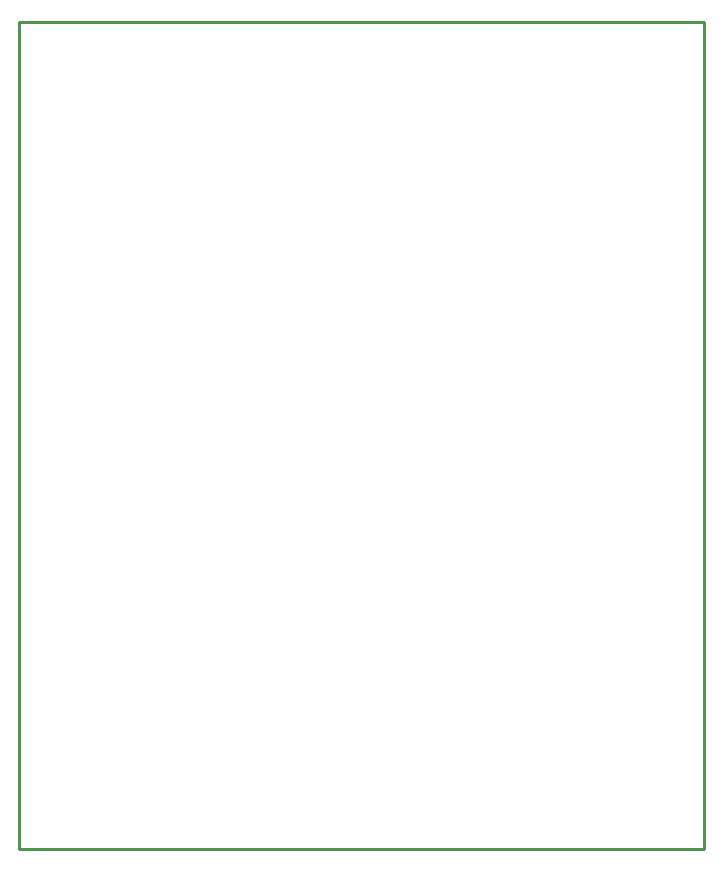
<source format=gko>
G04 Layer: BoardOutlineLayer*
G04 EasyEDA v6.5.23, 2023-06-09 13:35:16*
G04 Gerber Generator version 0.2*
G04 Scale: 100 percent, Rotated: No, Reflected: No *
G04 Dimensions in millimeters *
G04 leading zeros omitted , absolute positions ,4 integer and 5 decimal *
%FSLAX45Y45*%
%MOMM*%

%ADD10C,0.2540*%
D10*
X0Y6999986D02*
G01*
X5799988Y6999986D01*
X5799988Y0D01*
X0Y0D01*
X0Y6999986D01*

%LPD*%
M02*

</source>
